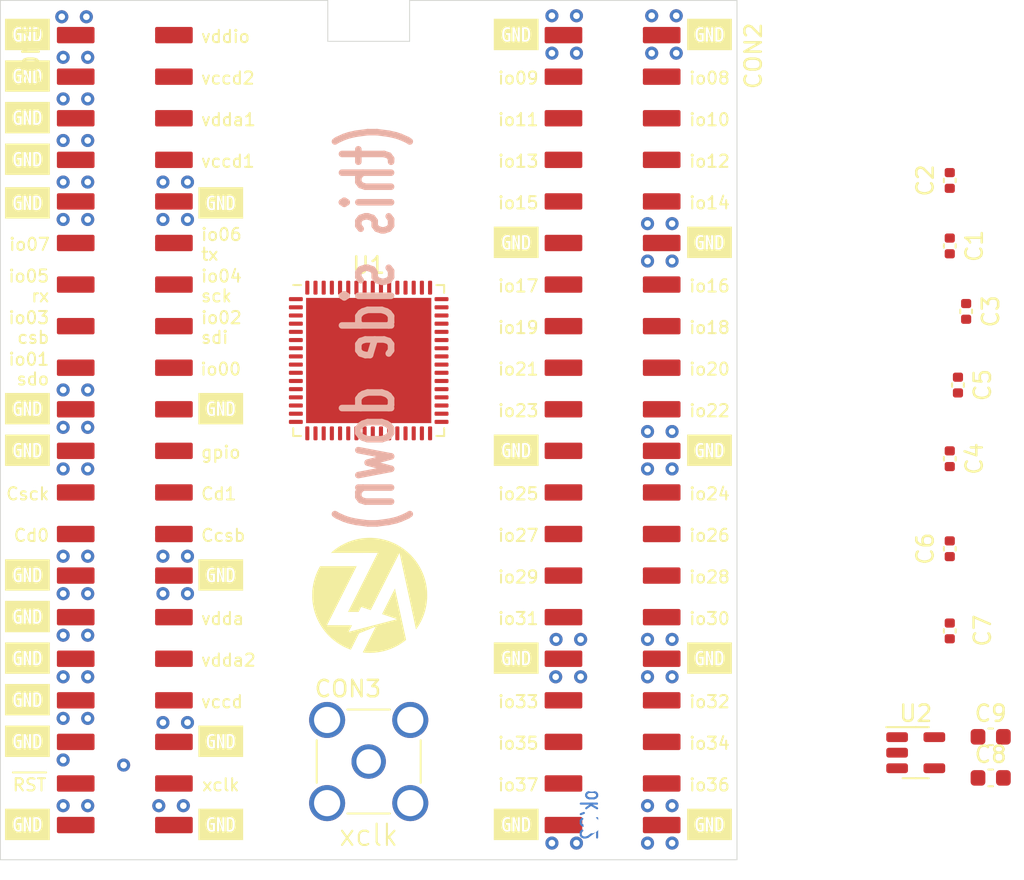
<source format=kicad_pcb>
(kicad_pcb (version 20211014) (generator pcbnew)
  (layers (0 "F.Cu" signal) (31 "B.Cu" signal) (34 "B.Paste" user) (35 "F.Paste" user) (36 "B.SilkS" user "B.Silkscreen") (37 "F.SilkS" user "F.Silkscreen") (38 "B.Mask" user) (39 "F.Mask" user) (44 "Edge.Cuts" user))
  (net 0 "")
  (net 1 "GND")
  (net 2 "vddio")
  (net 3 "vccd2")
  (net 4 "vccd1")
  (net 5 "vdda1")
  (net 6 "vdda2")
  (net 7 "mprj_io[18]")
  (net 8 "mprj_io[17]")
  (net 9 "mprj_io[16]")
  (net 10 "mprj_io[15]")
  (net 11 "mprj_io[14]")
  (net 12 "mprj_io[13]")
  (net 13 "mprj_io[12]")
  (net 14 "mprj_io[11]")
  (net 15 "mprj_io[10]")
  (net 16 "mprj_io[9]")
  (net 17 "mprj_io[8]")
  (net 18 "mprj_io[7]")
  (net 19 "mprj_io[6]_ser_tx")
  (net 20 "mprj_io[5]_ser_rx")
  (net 21 "mprj_io[0]")
  (net 22 "mprj_io[33]")
  (net 23 "mprj_io[32]")
  (net 24 "mprj_io[31]")
  (net 25 "mprj_io[30]")
  (net 26 "mprj_io[29]")
  (net 27 "mprj_io[28]")
  (net 28 "mprj_io[27]")
  (net 29 "mprj_io[26]")
  (net 30 "mprj_io[25]")
  (net 31 "mprj_io[24]")
  (net 32 "mprj_io[23]")
  (net 33 "mprj_io[22]")
  (net 34 "mprj_io[21]")
  (net 35 "mprj_io[20]")
  (net 36 "mprj_io[19]")
  (net 37 "mprj_io[4]_SCK")
  (net 38 "mprj_io[3]_CSB")
  (net 39 "mprj_io[2]_SDI")
  (net 40 "mprj_io[1]_SDO")
  (net 41 "gpio")
  (net 42 "Caravel_D0")
  (net 43 "Caravel_CSB")
  (net 44 "~{RST}")
  (net 45 "Caravel_D1")
  (net 46 "xclk")
  (net 47 "mprj_io[36]")
  (net 48 "mprj_io[37]")
  (net 49 "Caravel_SCK")
  (net 50 "mprj_io[34]")
  (net 51 "mprj_io[35]")
  (net 52 "vdda")
  (net 53 "vccd")
  (footprint "Package_DFN_QFN:QFN-64-1EP_9x9mm_P0.5mm_EP7.65x7.65mm" (layer "F.Cu") (at 22.5 -30.5)
    (fp_text reference "U1" (at 0 -5.82) (layer "F.SilkS"))
    (fp_text value "Caravel_QFN")
    (pad "1" smd roundrect (at -4.45 -3.75) (size 0.85 0.25) (layers "F.Cu" "F.Paste" "F.Mask"))
    (pad "2" smd roundrect (at -4.45 -3.25) (size 0.85 0.25) (layers "F.Cu" "F.Paste" "F.Mask"))
    (pad "3" smd roundrect (at -4.45 -2.75) (size 0.85 0.25) (layers "F.Cu" "F.Paste" "F.Mask"))
    (pad "4" smd roundrect (at -4.45 -2.25) (size 0.85 0.25) (layers "F.Cu" "F.Paste" "F.Mask"))
    (pad "5" smd roundrect (at -4.45 -1.75) (size 0.85 0.25) (layers "F.Cu" "F.Paste" "F.Mask"))
    (pad "6" smd roundrect (at -4.45 -1.25) (size 0.85 0.25) (layers "F.Cu" "F.Paste" "F.Mask"))
    (pad "7" smd roundrect (at -4.45 -0.75) (size 0.85 0.25) (layers "F.Cu" "F.Paste" "F.Mask"))
    (pad "8" smd roundrect (at -4.45 -0.25) (size 0.85 0.25) (layers "F.Cu" "F.Paste" "F.Mask"))
    (pad "9" smd roundrect (at -4.45 0.25) (size 0.85 0.25) (layers "F.Cu" "F.Paste" "F.Mask"))
    (pad "10" smd roundrect (at -4.45 0.75) (size 0.85 0.25) (layers "F.Cu" "F.Paste" "F.Mask"))
    (pad "11" smd roundrect (at -4.45 1.25) (size 0.85 0.25) (layers "F.Cu" "F.Paste" "F.Mask"))
    (pad "12" smd roundrect (at -4.45 1.75) (size 0.85 0.25) (layers "F.Cu" "F.Paste" "F.Mask"))
    (pad "13" smd roundrect (at -4.45 2.25) (size 0.85 0.25) (layers "F.Cu" "F.Paste" "F.Mask"))
    (pad "14" smd roundrect (at -4.45 2.75) (size 0.85 0.25) (layers "F.Cu" "F.Paste" "F.Mask"))
    (pad "15" smd roundrect (at -4.45 3.25) (size 0.85 0.25) (layers "F.Cu" "F.Paste" "F.Mask"))
    (pad "16" smd roundrect (at -4.45 3.75) (size 0.85 0.25) (layers "F.Cu" "F.Paste" "F.Mask"))
    (pad "17" smd roundrect (at -3.75 4.45) (size 0.25 0.85) (layers "F.Cu" "F.Paste" "F.Mask"))
    (pad "18" smd roundrect (at -3.25 4.45) (size 0.25 0.85) (layers "F.Cu" "F.Paste" "F.Mask"))
    (pad "19" smd roundrect (at -2.75 4.45) (size 0.25 0.85) (layers "F.Cu" "F.Paste" "F.Mask"))
    (pad "20" smd roundrect (at -2.25 4.45) (size 0.25 0.85) (layers "F.Cu" "F.Paste" "F.Mask"))
    (pad "21" smd roundrect (at -1.75 4.45) (size 0.25 0.85) (layers "F.Cu" "F.Paste" "F.Mask"))
    (pad "22" smd roundrect (at -1.25 4.45) (size 0.25 0.85) (layers "F.Cu" "F.Paste" "F.Mask"))
    (pad "23" smd roundrect (at -0.75 4.45) (size 0.25 0.85) (layers "F.Cu" "F.Paste" "F.Mask"))
    (pad "24" smd roundrect (at -0.25 4.45) (size 0.25 0.85) (layers "F.Cu" "F.Paste" "F.Mask"))
    (pad "25" smd roundrect (at 0.25 4.45) (size 0.25 0.85) (layers "F.Cu" "F.Paste" "F.Mask"))
    (pad "26" smd roundrect (at 0.75 4.45) (size 0.25 0.85) (layers "F.Cu" "F.Paste" "F.Mask"))
    (pad "27" smd roundrect (at 1.25 4.45) (size 0.25 0.85) (layers "F.Cu" "F.Paste" "F.Mask"))
    (pad "28" smd roundrect (at 1.75 4.45) (size 0.25 0.85) (layers "F.Cu" "F.Paste" "F.Mask"))
    (pad "29" smd roundrect (at 2.25 4.45) (size 0.25 0.85) (layers "F.Cu" "F.Paste" "F.Mask"))
    (pad "30" smd roundrect (at 2.75 4.45) (size 0.25 0.85) (layers "F.Cu" "F.Paste" "F.Mask"))
    (pad "31" smd roundrect (at 3.25 4.45) (size 0.25 0.85) (layers "F.Cu" "F.Paste" "F.Mask"))
    (pad "32" smd roundrect (at 3.75 4.45) (size 0.25 0.85) (layers "F.Cu" "F.Paste" "F.Mask"))
    (pad "33" smd roundrect (at 4.45 3.75) (size 0.85 0.25) (layers "F.Cu" "F.Paste" "F.Mask"))
    (pad "34" smd roundrect (at 4.45 3.25) (size 0.85 0.25) (layers "F.Cu" "F.Paste" "F.Mask"))
    (pad "35" smd roundrect (at 4.45 2.75) (size 0.85 0.25) (layers "F.Cu" "F.Paste" "F.Mask"))
    (pad "36" smd roundrect (at 4.45 2.25) (size 0.85 0.25) (layers "F.Cu" "F.Paste" "F.Mask"))
    (pad "37" smd roundrect (at 4.45 1.75) (size 0.85 0.25) (layers "F.Cu" "F.Paste" "F.Mask"))
    (pad "38" smd roundrect (at 4.45 1.25) (size 0.85 0.25) (layers "F.Cu" "F.Paste" "F.Mask"))
    (pad "39" smd roundrect (at 4.45 0.75) (size 0.85 0.25) (layers "F.Cu" "F.Paste" "F.Mask"))
    (pad "40" smd roundrect (at 4.45 0.25) (size 0.85 0.25) (layers "F.Cu" "F.Paste" "F.Mask"))
    (pad "41" smd roundrect (at 4.45 -0.25) (size 0.85 0.25) (layers "F.Cu" "F.Paste" "F.Mask"))
    (pad "42" smd roundrect (at 4.45 -0.75) (size 0.85 0.25) (layers "F.Cu" "F.Paste" "F.Mask"))
    (pad "43" smd roundrect (at 4.45 -1.25) (size 0.85 0.25) (layers "F.Cu" "F.Paste" "F.Mask"))
    (pad "44" smd roundrect (at 4.45 -1.75) (size 0.85 0.25) (layers "F.Cu" "F.Paste" "F.Mask"))
    (pad "45" smd roundrect (at 4.45 -2.25) (size 0.85 0.25) (layers "F.Cu" "F.Paste" "F.Mask"))
    (pad "46" smd roundrect (at 4.45 -2.75) (size 0.85 0.25) (layers "F.Cu" "F.Paste" "F.Mask"))
    (pad "47" smd roundrect (at 4.45 -3.25) (size 0.85 0.25) (layers "F.Cu" "F.Paste" "F.Mask"))
    (pad "48" smd roundrect (at 4.45 -3.75) (size 0.85 0.25) (layers "F.Cu" "F.Paste" "F.Mask"))
    (pad "49" smd roundrect (at 3.75 -4.45) (size 0.25 0.85) (layers "F.Cu" "F.Paste" "F.Mask"))
    (pad "50" smd roundrect (at 3.25 -4.45) (size 0.25 0.85) (layers "F.Cu" "F.Paste" "F.Mask"))
    (pad "51" smd roundrect (at 2.75 -4.45) (size 0.25 0.85) (layers "F.Cu" "F.Paste" "F.Mask"))
    (pad "52" smd roundrect (at 2.25 -4.45) (size 0.25 0.85) (layers "F.Cu" "F.Paste" "F.Mask"))
    (pad "53" smd roundrect (at 1.75 -4.45) (size 0.25 0.85) (layers "F.Cu" "F.Paste" "F.Mask"))
    (pad "54" smd roundrect (at 1.25 -4.45) (size 0.25 0.85) (layers "F.Cu" "F.Paste" "F.Mask"))
    (pad "55" smd roundrect (at 0.75 -4.45) (size 0.25 0.85) (layers "F.Cu" "F.Paste" "F.Mask"))
    (pad "56" smd roundrect (at 0.25 -4.45) (size 0.25 0.85) (layers "F.Cu" "F.Paste" "F.Mask"))
    (pad "57" smd roundrect (at -0.25 -4.45) (size 0.25 0.85) (layers "F.Cu" "F.Paste" "F.Mask"))
    (pad "58" smd roundrect (at -0.75 -4.45) (size 0.25 0.85) (layers "F.Cu" "F.Paste" "F.Mask"))
    (pad "59" smd roundrect (at -1.25 -4.45) (size 0.25 0.85) (layers "F.Cu" "F.Paste" "F.Mask"))
    (pad "60" smd roundrect (at -1.75 -4.45) (size 0.25 0.85) (layers "F.Cu" "F.Paste" "F.Mask"))
    (pad "61" smd roundrect (at -2.25 -4.45) (size 0.25 0.85) (layers "F.Cu" "F.Paste" "F.Mask"))
    (pad "62" smd roundrect (at -2.75 -4.45) (size 0.25 0.85) (layers "F.Cu" "F.Paste" "F.Mask"))
    (pad "63" smd roundrect (at -3.25 -4.45) (size 0.25 0.85) (layers "F.Cu" "F.Paste" "F.Mask"))
    (pad "64" smd roundrect (at -3.75 -4.45) (size 0.25 0.85) (layers "F.Cu" "F.Paste" "F.Mask"))
    (pad "65" smd rect (at 0 0) (size 7.65 7.65) (layers "F.Cu" "F.Mask"))
  )
  (footprint "Capacitor_SMD:C_0402_1005Metric" (layer "F.Cu") (at 58 -13.98 -90)
    (fp_text reference "C7" (at -0.02 -2 -270) (layer "F.SilkS"))
    (fp_text value "0.1uf")
    (pad "1" smd roundrect (at -0.48 0 270) (size 0.56 0.62) (layers "F.Cu" "F.Paste" "F.Mask") (net 1 "GND"))
    (pad "2" smd roundrect (at 0.48 0 270) (size 0.56 0.62) (layers "F.Cu" "F.Paste" "F.Mask") (net 3 "vccd2"))
  )
  (footprint "Capacitor_SMD:C_0402_1005Metric" (layer "F.Cu") (at 58 -37.5 -90)
    (fp_text reference "C1" (at 0 -1.5 90) (layer "F.SilkS"))
    (fp_text value "0.1uf")
    (pad "1" smd roundrect (at -0.48 0 270) (size 0.56 0.62) (layers "F.Cu" "F.Paste" "F.Mask") (net 1 "GND"))
    (pad "2" smd roundrect (at 0.48 0 270) (size 0.56 0.62) (layers "F.Cu" "F.Paste" "F.Mask") (net 4 "vccd1"))
  )
  (footprint "Capacitor_SMD:C_0402_1005Metric" (layer "F.Cu") (at 58 -41.5 90)
    (fp_text reference "C2" (at 0 -1.5 90) (layer "F.SilkS"))
    (fp_text value "0.1uf")
    (pad "1" smd roundrect (at -0.48 0 90) (size 0.56 0.62) (layers "F.Cu" "F.Paste" "F.Mask") (net 5 "vdda1"))
    (pad "2" smd roundrect (at 0.48 0 90) (size 0.56 0.62) (layers "F.Cu" "F.Paste" "F.Mask") (net 1 "GND"))
  )
  (footprint "Capacitor_SMD:C_0402_1005Metric" (layer "F.Cu") (at 58 -19 90)
    (fp_text reference "C6" (at 0 -1.5 90) (layer "F.SilkS"))
    (fp_text value "0.1uf")
    (pad "1" smd roundrect (at -0.48 0 90) (size 0.56 0.62) (layers "F.Cu" "F.Paste" "F.Mask") (net 1 "GND"))
    (pad "2" smd roundrect (at 0.48 0 90) (size 0.56 0.62) (layers "F.Cu" "F.Paste" "F.Mask") (net 2 "vddio"))
  )
  (footprint "Capacitor_SMD:C_0402_1005Metric" (layer "F.Cu") (at 58 -24.5 90)
    (fp_text reference "C4" (at 0 1.5 90) (layer "F.SilkS"))
    (fp_text value "0.1uf")
    (pad "1" smd roundrect (at -0.48 0 90) (size 0.56 0.62) (layers "F.Cu" "F.Paste" "F.Mask") (net 1 "GND"))
    (pad "2" smd roundrect (at 0.48 0 90) (size 0.56 0.62) (layers "F.Cu" "F.Paste" "F.Mask") (net 53 "vccd"))
  )
  (footprint "Capacitor_SMD:C_0402_1005Metric" (layer "F.Cu") (at 59 -33.5 -90)
    (fp_text reference "C3" (at 0 -1.5 90) (layer "F.SilkS"))
    (fp_text value "0.1uf")
    (pad "1" smd roundrect (at -0.48 0 270) (size 0.56 0.62) (layers "F.Cu" "F.Paste" "F.Mask") (net 52 "vdda"))
    (pad "2" smd roundrect (at 0.48 0 270) (size 0.56 0.62) (layers "F.Cu" "F.Paste" "F.Mask") (net 1 "GND"))
  )
  (footprint "Capacitor_SMD:C_0402_1005Metric" (layer "F.Cu") (at 58.5 -29 90)
    (fp_text reference "C5" (at 0 1.5 90) (layer "F.SilkS"))
    (fp_text value "0.1uf")
    (pad "1" smd roundrect (at -0.48 0 90) (size 0.56 0.62) (layers "F.Cu" "F.Paste" "F.Mask") (net 1 "GND"))
    (pad "2" smd roundrect (at 0.48 0 90) (size 0.56 0.62) (layers "F.Cu" "F.Paste" "F.Mask") (net 6 "vdda2"))
  )
  (footprint "kibuzzard-6288F08E" (layer "F.Cu") (at 43.322 -12.319)
    (fp_text reference "kibuzzard-6288F08E" hide)
    (fp_text value "G***" hide)
  )
  (footprint "ok-connectors:REF-182665-01" (layer "F.Cu") (at 37.4 -26.25 -90)
    (fp_text reference "CON2" (at -22.86 -8.6 -90) (layer "F.SilkS"))
    (fp_text value "REF-182665-01")
    (pad "" np_thru_hole circle locked (at -19.05 1.27 270) (size 1 1) (drill 1) (layers *.Cu *.Mask))
    (pad "" np_thru_hole circle locked (at 22.86 0 270) (size 1.78 1.78) (drill 1.78) (layers *.Cu *.Mask))
    (pad "" np_thru_hole circle locked (at -1.27 1.27 270) (size 1 1) (drill 1) (layers *.Cu *.Mask))
    (pad "" np_thru_hole circle locked (at 11.43 1.27 270) (size 1 1) (drill 1) (layers *.Cu *.Mask))
    (pad "" np_thru_hole circle locked (at 21.59 -1.27 270) (size 1 1) (drill 1) (layers *.Cu *.Mask))
    (pad "" np_thru_hole circle locked (at -1.27 -1.27 270) (size 1 1) (drill 1) (layers *.Cu *.Mask))
    (pad "" np_thru_hole circle locked (at 13.97 1.27 270) (size 1 1) (drill 1) (layers *.Cu *.Mask))
    (pad "" np_thru_hole circle locked (at -6.35 1.27 270) (size 1 1) (drill 1) (layers *.Cu *.Mask))
    (pad "" np_thru_hole circle locked (at -16.51 1.27 270) (size 1 1) (drill 1) (layers *.Cu *.Mask))
    (pad "" np_thru_hole circle locked (at 3.81 -1.27 270) (size 1 1) (drill 1) (layers *.Cu *.Mask))
    (pad "" np_thru_hole circle locked (at 6.35 -1.27 270) (size 1 1) (drill 1) (layers *.Cu *.Mask))
    (pad "" np_thru_hole circle locked (at -21.59 1.27 270) (size 1 1) (drill 1) (layers *.Cu *.Mask))
    (pad "" np_thru_hole circle locked (at 13.97 -1.27 270) (size 1 1) (drill 1) (layers *.Cu *.Mask))
    (pad "" np_thru_hole circle locked (at 8.89 1.27 270) (size 1 1) (drill 1) (layers *.Cu *.Mask))
    (pad "" np_thru_hole circle locked (at 21.59 1.27 270) (size 1 1) (drill 1) (layers *.Cu *.Mask))
    (pad "" np_thru_hole circle locked (at -21.59 -1.27 270) (size 1 1) (drill 1) (layers *.Cu *.Mask))
    (pad "" np_thru_hole circle locked (at 24.13 1.27 270) (size 1 1) (drill 1) (layers *.Cu *.Mask))
    (pad "" np_thru_hole circle locked (at -3.81 1.27 270) (size 1 1) (drill 1) (layers *.Cu *.Mask))
    (pad "" np_thru_hole circle locked (at -6.35 -1.27 270) (size 1 1) (drill 1) (layers *.Cu *.Mask))
    (pad "" np_thru_hole circle locked (at -13.97 -1.27 270) (size 1 1) (drill 1) (layers *.Cu *.Mask))
    (pad "" np_thru_hole circle locked (at -13.97 1.27 270) (size 1 1) (drill 1) (layers *.Cu *.Mask))
    (pad "" np_thru_hole circle locked (at 6.35 1.27 270) (size 1 1) (drill 1) (layers *.Cu *.Mask))
    (pad "" np_thru_hole circle locked (at -11.43 1.27 270) (size 1 1) (drill 1) (layers *.Cu *.Mask))
    (pad "" np_thru_hole circle locked (at 16.51 -1.27 270) (size 1 1) (drill 1) (layers *.Cu *.Mask))
    (pad "" np_thru_hole circle locked (at -24.13 -1.27 270) (size 1 1) (drill 1) (layers *.Cu *.Mask))
    (pad "" np_thru_hole circle locked (at -16.51 -1.27 270) (size 1 1) (drill 1) (layers *.Cu *.Mask))
    (pad "" np_thru_hole circle locked (at 1.27 1.27 270) (size 1 1) (drill 1) (layers *.Cu *.Mask))
    (pad "" np_thru_hole circle locked (at -8.89 1.27 270) (size 1 1) (drill 1) (layers *.Cu *.Mask))
    (pad "" np_thru_hole circle locked (at 16.51 1.27 270) (size 1 1) (drill 1) (layers *.Cu *.Mask))
    (pad "" np_thru_hole circle locked (at -11.43 -1.27 270) (size 1 1) (drill 1) (layers *.Cu *.Mask))
    (pad "" np_thru_hole circle locked (at 24.13 -1.27 270) (size 1 1) (drill 1) (layers *.Cu *.Mask))
    (pad "" np_thru_hole circle locked (at 11.43 -1.27 270) (size 1 1) (drill 1) (layers *.Cu *.Mask))
    (pad "" np_thru_hole circle locked (at -3.81 -1.27 270) (size 1 1) (drill 1) (layers *.Cu *.Mask))
    (pad "" np_thru_hole circle locked (at 19.05 -1.27 270) (size 1 1) (drill 1) (layers *.Cu *.Mask))
    (pad "" np_thru_hole circle locked (at 19.05 1.27 270) (size 1 1) (drill 1) (layers *.Cu *.Mask))
    (pad "" np_thru_hole circle locked (at -8.89 -1.27 270) (size 1 1) (drill 1) (layers *.Cu *.Mask))
    (pad "" np_thru_hole circle locked (at -22.86 0 270) (size 1.78 1.78) (drill 1.78) (layers *.Cu *.Mask))
    (pad "" np_thru_hole circle locked (at 1.27 -1.27 270) (size 1 1) (drill 1) (layers *.Cu *.Mask))
    (pad "" np_thru_hole circle locked (at -24.13 1.27 270) (size 1 1) (drill 1) (layers *.Cu *.Mask))
    (pad "" np_thru_hole circle locked (at 3.81 1.27 270) (size 1 1) (drill 1) (layers *.Cu *.Mask))
    (pad "" np_thru_hole circle locked (at 8.89 -1.27 270) (size 1 1) (drill 1) (layers *.Cu *.Mask))
    (pad "" np_thru_hole circle locked (at -19.05 -1.27 270) (size 1 1) (drill 1) (layers *.Cu *.Mask))
    (pad "1" smd roundrect locked (at -24.13 3) (size 2.3 1) (layers "F.Cu" "F.Paste" "F.Mask") (roundrect_rratio 0.1) (net 1 "GND"))
    (pad "2" smd roundrect locked (at -24.13 -3) (size 2.3 1) (layers "F.Cu" "F.Paste" "F.Mask") (roundrect_rratio 0.1) (net 1 "GND"))
    (pad "3" smd roundrect locked (at -21.59 3) (size 2.3 1) (layers "F.Cu" "F.Paste" "F.Mask") (roundrect_rratio 0.1) (net 16 "mprj_io[9]"))
    (pad "4" smd roundrect locked (at -21.59 -3) (size 2.3 1) (layers "F.Cu" "F.Paste" "F.Mask") (roundrect_rratio 0.1) (net 17 "mprj_io[8]"))
    (pad "5" smd roundrect locked (at -19.05 3) (size 2.3 1) (layers "F.Cu" "F.Paste" "F.Mask") (roundrect_rratio 0.1) (net 14 "mprj_io[11]"))
    (pad "6" smd roundrect locked (at -19.05 -3) (size 2.3 1) (layers "F.Cu" "F.Paste" "F.Mask") (roundrect_rratio 0.1) (net 15 "mprj_io[10]"))
    (pad "7" smd roundrect locked (at -16.51 3) (size 2.3 1) (layers "F.Cu" "F.Paste" "F.Mask") (roundrect_rratio 0.1) (net 12 "mprj_io[13]"))
    (pad "8" smd roundrect locked (at -16.51 -3) (size 2.3 1) (layers "F.Cu" "F.Paste" "F.Mask") (roundrect_rratio 0.1) (net 13 "mprj_io[12]"))
    (pad "9" smd roundrect locked (at -13.97 3) (size 2.3 1) (layers "F.Cu" "F.Paste" "F.Mask") (roundrect_rratio 0.1) (net 10 "mprj_io[15]"))
    (pad "10" smd roundrect locked (at -13.97 -3) (size 2.3 1) (layers "F.Cu" "F.Paste" "F.Mask") (roundrect_rratio 0.1) (net 11 "mprj_io[14]"))
    (pad "11" smd roundrect locked (at -11.43 3) (size 2.3 1) (layers "F.Cu" "F.Paste" "F.Mask") (roundrect_rratio 0.1) (net 1 "GND"))
    (pad "12" smd roundrect locked (at -11.43 -3) (size 2.3 1) (layers "F.Cu" "F.Paste" "F.Mask") (roundrect_rratio 0.1) (net 1 "GND"))
    (pad "13" smd roundrect locked (at -8.89 3) (size 2.3 1) (layers "F.Cu" "F.Paste" "F.Mask") (roundrect_rratio 0.1) (net 8 "mprj_io[17]"))
    (pad "14" smd roundrect locked (at -8.89 -3) (size 2.3 1) (layers "F.Cu" "F.Paste" "F.Mask") (roundrect_rratio 0.1) (net 9 "mprj_io[16]"))
    (pad "15" smd roundrect locked (at -6.35 3) (size 2.3 1) (layers "F.Cu" "F.Paste" "F.Mask") (roundrect_rratio 0.1) (net 36 "mprj_io[19]"))
    (pad "16" smd roundrect locked (at -6.35 -3) (size 2.3 1) (layers "F.Cu" "F.Paste" "F.Mask") (roundrect_rratio 0.1) (net 7 "mprj_io[18]"))
    (pad "17" smd roundrect locked (at -3.81 3) (size 2.3 1) (layers "F.Cu" "F.Paste" "F.Mask") (roundrect_rratio 0.1) (net 34 "mprj_io[21]"))
    (pad "18" smd roundrect locked (at -3.81 -3) (size 2.3 1) (layers "F.Cu" "F.Paste" "F.Mask") (roundrect_rratio 0.1) (net 35 "mprj_io[20]"))
    (pad "19" smd roundrect locked (at -1.27 3) (size 2.3 1) (layers "F.Cu" "F.Paste" "F.Mask") (roundrect_rratio 0.1) (net 32 "mprj_io[23]"))
    (pad "20" smd roundrect locked (at -1.27 -3) (size 2.3 1) (layers "F.Cu" "F.Paste" "F.Mask") (roundrect_rratio 0.1) (net 33 "mprj_io[22]"))
    (pad "21" smd roundrect locked (at 1.27 3) (size 2.3 1) (layers "F.Cu" "F.Paste" "F.Mask") (roundrect_rratio 0.1) (net 1 "GND"))
    (pad "22" smd roundrect locked (at 1.27 -3) (size 2.3 1) (layers "F.Cu" "F.Paste" "F.Mask") (roundrect_rratio 0.1) (net 1 "GND"))
    (pad "23" smd roundrect locked (at 3.81 3) (size 2.3 1) (layers "F.Cu" "F.Paste" "F.Mask") (roundrect_rratio 0.1) (net 30 "mprj_io[25]"))
    (pad "24" smd roundrect locked (at 3.81 -3) (size 2.3 1) (layers "F.Cu" "F.Paste" "F.Mask") (roundrect_rratio 0.1) (net 31 "mprj_io[24]"))
    (pad "25" smd roundrect locked (at 6.35 3) (size 2.3 1) (layers "F.Cu" "F.Paste" "F.Mask") (roundrect_rratio 0.1) (net 28 "mprj_io[27]"))
    (pad "26" smd roundrect locked (at 6.35 -3) (size 2.3 1) (layers "F.Cu" "F.Paste" "F.Mask") (roundrect_rratio 0.1) (net 29 "mprj_io[26]"))
    (pad "27" smd roundrect locked (at 8.89 3) (size 2.3 1) (layers "F.Cu" "F.Paste" "F.Mask") (roundrect_rratio 0.1) (net 26 "mprj_io[29]"))
    (pad "28" smd roundrect locked (at 8.89 -3) (size 2.3 1) (layers "F.Cu" "F.Paste" "F.Mask") (roundrect_rratio 0.1) (net 27 "mprj_io[28]"))
    (pad "29" smd roundrect locked (at 11.43 3) (size 2.3 1) (layers "F.Cu" "F.Paste" "F.Mask") (roundrect_rratio 0.1) (net 24 "mprj_io[31]"))
    (pad "30" smd roundrect locked (at 11.43 -3) (size 2.3 1) (layers "F.Cu" "F.Paste" "F.Mask") (roundrect_rratio 0.1) (net 25 "mprj_io[30]"))
    (pad "31" smd roundrect locked (at 13.97 3) (size 2.3 1) (layers "F.Cu" "F.Paste" "F.Mask") (roundrect_rratio 0.1) (net 1 "GND"))
    (pad "32" smd roundrect locked (at 13.97 -3) (size 2.3 1) (layers "F.Cu" "F.Paste" "F.Mask") (roundrect_rratio 0.1) (net 1 "GND"))
    (pad "33" smd roundrect locked (at 16.51 3) (size 2.3 1) (layers "F.Cu" "F.Paste" "F.Mask") (roundrect_rratio 0.1) (net 22 "mprj_io[33]"))
    (pad "34" smd roundrect locked (at 16.51 -3) (size 2.3 1) (layers "F.Cu" "F.Paste" "F.Mask") (roundrect_rratio 0.1) (net 23 "mprj_io[32]"))
    (pad "35" smd roundrect locked (at 19.05 3) (size 2.3 1) (layers "F.Cu" "F.Paste" "F.Mask") (roundrect_rratio 0.1) (net 51 "mprj_io[35]"))
    (pad "36" smd roundrect locked (at 19.05 -3) (size 2.3 1) (layers "F.Cu" "F.Paste" "F.Mask") (roundrect_rratio 0.1) (net 50 "mprj_io[34]"))
    (pad "37" smd roundrect locked (at 21.59 3) (size 2.3 1) (layers "F.Cu" "F.Paste" "F.Mask") (roundrect_rratio 0.1) (net 48 "mprj_io[37]"))
    (pad "38" smd roundrect locked (at 21.59 -3) (size 2.3 1) (layers "F.Cu" "F.Paste" "F.Mask") (roundrect_rratio 0.1) (net 47 "mprj_io[36]"))
    (pad "39" smd roundrect locked (at 24.13 3) (size 2.3 1) (layers "F.Cu" "F.Paste" "F.Mask") (roundrect_rratio 0.1) (net 1 "GND"))
    (pad "40" smd roundrect locked (at 24.13 -3) (size 2.3 1) (layers "F.Cu" "F.Paste" "F.Mask") (roundrect_rratio 0.1) (net 1 "GND"))
  )
  (footprint "kibuzzard-6288F08E" (layer "F.Cu") (at 13.462 -17.399)
    (fp_text reference "kibuzzard-6288F08E" hide)
    (fp_text value "G***" hide)
  )
  (footprint "kibuzzard-6288F08E" (layer "F.Cu") (at 43.322 -25.019)
    (fp_text reference "kibuzzard-6288F08E" hide)
    (fp_text value "G***" hide)
  )
  (footprint "kibuzzard-6288F08E" (layer "F.Cu") (at 31.511 -12.319)
    (fp_text reference "kibuzzard-6288F08E" hide)
    (fp_text value "G***" hide)
  )
  (footprint "kibuzzard-6288F08E" (layer "F.Cu") (at 31.511 -25.019)
    (fp_text reference "kibuzzard-6288F08E" hide)
    (fp_text value "G***" hide)
  )
  (footprint "kibuzzard-6288F08E" (layer "F.Cu") (at 1.651 -2.159)
    (fp_text reference "kibuzzard-6288F08E" hide)
    (fp_text value "G***" hide)
  )
  (footprint "kibuzzard-6288F08E" (layer "F.Cu") (at 13.462 -27.559)
    (fp_text reference "kibuzzard-6288F08E" hide)
    (fp_text value "G***" hide)
  )
  (footprint "kibuzzard-6288F08E" (layer "F.Cu") (at 1.651 -50.419)
    (fp_text reference "kibuzzard-6288F08E" hide)
    (fp_text value "G***" hide)
  )
  (footprint "kibuzzard-6288F08E" (layer "F.Cu") (at 1.651 -27.559)
    (fp_text reference "kibuzzard-6288F08E" hide)
    (fp_text value "G***" hide)
  )
  (footprint "kibuzzard-6288F08E" (layer "F.Cu") (at 13.462 -7.239)
    (fp_text reference "kibuzzard-6288F08E" hide)
    (fp_text value "G***" hide)
  )
  (footprint "kibuzzard-6288F08E" (layer "F.Cu") (at 1.651 -17.399)
    (fp_text reference "kibuzzard-6288F08E" hide)
    (fp_text value "G***" hide)
  )
  (footprint "kibuzzard-6288F08E" (layer "F.Cu") (at 1.651 -40.132)
    (fp_text reference "kibuzzard-6288F08E" hide)
    (fp_text value "G***" hide)
  )
  (footprint "kibuzzard-6288F08E" (layer "F.Cu") (at 1.651 -25.019)
    (fp_text reference "kibuzzard-6288F08E" hide)
    (fp_text value "G***" hide)
  )
  (footprint "kibuzzard-6288F08E" (layer "F.Cu") (at 43.322 -2.159)
    (fp_text reference "kibuzzard-6288F08E" hide)
    (fp_text value "G***" hide)
  )
  (footprint "kibuzzard-6288F08E" (layer "F.Cu") (at 31.511 -50.419)
    (fp_text reference "kibuzzard-6288F08E" hide)
    (fp_text value "G***" hide)
  )
  (footprint "kibuzzard-6288F08E" (layer "F.Cu") (at 13.462 -2.159)
    (fp_text reference "kibuzzard-6288F08E" hide)
    (fp_text value "G***" hide)
  )
  (footprint "kibuzzard-6288F08E" (layer "F.Cu") (at 1.651 -7.239)
    (fp_text reference "kibuzzard-6288F08E" hide)
    (fp_text value "G***" hide)
  )
  (footprint "Capacitor_SMD:C_0603_1608Metric" (layer "F.Cu") (at 60.5 -5)
    (fp_text reference "C8" (at 0 -1.43) (layer "F.SilkS"))
    (fp_text value "0.1uf")
    (pad "1" smd roundrect (at -0.775 0) (size 0.9 0.95) (layers "F.Cu" "F.Paste" "F.Mask"))
    (pad "2" smd roundrect (at 0.775 0) (size 0.9 0.95) (layers "F.Cu" "F.Paste" "F.Mask"))
  )
  (footprint "ok-connectors:TE_5-1814832-2" (layer "F.Cu") (at 22.5 -6)
    (fp_text reference "CON3" (at -1.27 -4.445 unlocked) (layer "F.SilkS"))
    (fp_text value "73251-1352")
    (pad "1" thru_hole circle (at -2.54 -2.54) (size 2.2 2.2) (drill 1.6) (layers *.Cu *.Mask) (net 1 "GND"))
    (pad "2" thru_hole circle (at 2.54 -2.54) (size 2.2 2.2) (drill 1.6) (layers *.Cu *.Mask) (net 1 "GND"))
    (pad "3" thru_hole circle (at 2.54 2.54) (size 2.2 2.2) (drill 1.6) (layers *.Cu *.Mask) (net 1 "GND"))
    (pad "4" thru_hole circle (at -2.54 2.54) (size 2.2 2.2) (drill 1.6) (layers *.Cu *.Mask) (net 1 "GND"))
    (pad "5" thru_hole circle (at 0 0) (size 2.1 2.1) (drill 1.5) (layers *.Cu *.Mask) (net 46 "xclk"))
  )
  (footprint "kibuzzard-6288F08E" (layer "F.Cu") (at 1.651 -12.319)
    (fp_text reference "kibuzzard-6288F08E" hide)
    (fp_text value "G***" hide)
  )
  (footprint "kibuzzard-6288F08E" (layer "F.Cu") (at 43.322 -37.719)
    (fp_text reference "kibuzzard-6288F08E" hide)
    (fp_text value "G***" hide)
  )
  (footprint "kibuzzard-6288F08E" (layer "F.Cu") (at 1.651 -45.339)
    (fp_text reference "kibuzzard-6288F08E" hide)
    (fp_text value "G***" hide)
  )
  (footprint "kibuzzard-6288F08E" (layer "F.Cu") (at 1.651 -42.799)
    (fp_text reference "kibuzzard-6288F08E" hide)
    (fp_text value "G***" hide)
  )
  (footprint "kibuzzard-6288F08E" (layer "F.Cu") (at 31.511 -37.719)
    (fp_text reference "kibuzzard-6288F08E" hide)
    (fp_text value "G***" hide)
  )
  (footprint "ok-connectors:REF-182665-01" (layer "F.Cu") (at 7.6 -26.25 -90)
    (fp_text reference "CON1" (at -22.86 5.715 -90) (layer "F.SilkS"))
    (fp_text value "REF-182665-01")
    (pad "" np_thru_hole circle locked (at 16.51 -1.27 270) (size 1 1) (drill 1) (layers *.Cu *.Mask))
    (pad "" np_thru_hole circle locked (at -24.13 -1.27 270) (size 1 1) (drill 1) (layers *.Cu *.Mask))
    (pad "" np_thru_hole circle locked (at 24.13 1.27 270) (size 1 1) (drill 1) (layers *.Cu *.Mask))
    (pad "" np_thru_hole circle locked (at 19.05 -1.27 270) (size 1 1) (drill 1) (layers *.Cu *.Mask))
    (pad "" np_thru_hole circle locked (at 8.89 1.27 270) (size 1 1) (drill 1) (layers *.Cu *.Mask))
    (pad "" np_thru_hole circle locked (at -19.05 -1.27 270) (size 1 1) (drill 1) (layers *.Cu *.Mask))
    (pad "" np_thru_hole circle locked (at 3.81 -1.27 270) (size 1 1) (drill 1) (layers *.Cu *.Mask))
    (pad "" np_thru_hole circle locked (at 24.13 -1.27 270) (size 1 1) (drill 1) (layers *.Cu *.Mask))
    (pad "" np_thru_hole circle locked (at -24.13 1.27 270) (size 1 1) (drill 1) (layers *.Cu *.Mask))
    (pad "" np_thru_hole circle locked (at 13.97 1.27 270) (size 1 1) (drill 1) (layers *.Cu *.Mask))
    (pad "" np_thru_hole circle locked (at 22.86 0 270) (size 1.78 1.78) (drill 1.78) (layers *.Cu *.Mask))
    (pad "" np_thru_hole circle locked (at -22.86 0 270) (size 1.78 1.78) (drill 1.78) (layers *.Cu *.Mask))
    (pad "" np_thru_hole circle locked (at 1.27 1.27 270) (size 1 1) (drill 1) (layers *.Cu *.Mask))
    (pad "" np_thru_hole circle locked (at -11.43 1.27 270) (size 1 1) (drill 1) (layers *.Cu *.Mask))
    (pad "" np_thru_hole circle locked (at -13.97 1.27 270) (size 1 1) (drill 1) (layers *.Cu *.Mask))
    (pad "" np_thru_hole circle locked (at 11.43 -1.27 270) (size 1 1) (drill 1) (layers *.Cu *.Mask))
    (pad "" np_thru_hole circle locked (at -6.35 -1.27 270) (size 1 1) (drill 1) (layers *.Cu *.Mask))
    (pad "" np_thru_hole circle locked (at -3.81 1.27 270) (size 1 1) (drill 1) (layers *.Cu *.Mask))
    (pad "" np_thru_hole circle locked (at -6.35 1.27 270) (size 1 1) (drill 1) (layers *.Cu *.Mask))
    (pad "" np_thru_hole circle locked (at 6.35 -1.27 270) (size 1 1) (drill 1) (layers *.Cu *.Mask))
    (pad "" np_thru_hole circle locked (at -21.59 1.27 270) (size 1 1) (drill 1) (layers *.Cu *.Mask))
    (pad "" np_thru_hole circle locked (at 1.27 -1.27 270) (size 1 1) (drill 1) (layers *.Cu *.Mask))
    (pad "" np_thru_hole circle locked (at -13.97 -1.27 270) (size 1 1) (drill 1) (layers *.Cu *.Mask))
    (pad "" np_thru_hole circle locked (at -8.89 -1.27 270) (size 1 1) (drill 1) (layers *.Cu *.Mask))
    (pad "" np_thru_hole circle locked (at -21.59 -1.27 270) (size 1 1) (drill 1) (layers *.Cu *.Mask))
    (pad "" np_thru_hole circle locked (at 3.81 1.27 270) (size 1 1) (drill 1) (layers *.Cu *.Mask))
    (pad "" np_thru_hole circle locked (at 16.51 1.27 270) (size 1 1) (drill 1) (layers *.Cu *.Mask))
    (pad "" np_thru_hole circle locked (at -3.81 -1.27 270) (size 1 1) (drill 1) (layers *.Cu *.Mask))
    (pad "" np_thru_hole circle locked (at 19.05 1.27 270) (size 1 1) (drill 1) (layers *.Cu *.Mask))
    (pad "" np_thru_hole circle locked (at -16.51 -1.27 270) (size 1 1) (drill 1) (layers *.Cu *.Mask))
    (pad "" np_thru_hole circle locked (at 11.43 1.27 270) (size 1 1) (drill 1) (layers *.Cu *.Mask))
    (pad "" np_thru_hole circle locked (at -1.27 1.27 270) (size 1 1) (drill 1) (layers *.Cu *.Mask))
    (pad "" np_thru_hole circle locked (at -16.51 1.27 270) (size 1 1) (drill 1) (layers *.Cu *.Mask))
    (pad "" np_thru_hole circle locked (at 8.89 -1.27 270) (size 1 1) (drill 1) (layers *.Cu *.Mask))
    (pad "" np_thru_hole circle locked (at -1.27 -1.27 270) (size 1 1) (drill 1) (layers *.Cu *.Mask))
    (pad "" np_thru_hole circle locked (at 6.35 1.27 270) (size 1 1) (drill 1) (layers *.Cu *.Mask))
    (pad "" np_thru_hole circle locked (at -11.43 -1.27 270) (size 1 1) (drill 1) (layers *.Cu *.Mask))
    (pad "" np_thru_hole circle locked (at -19.05 1.27 270) (size 1 1) (drill 1) (layers *.Cu *.Mask))
    (pad "" np_thru_hole circle locked (at 13.97 -1.27 270) (size 1 1) (drill 1) (layers *.Cu *.Mask))
    (pad "" np_thru_hole circle locked (at -8.89 1.27 270) (size 1 1) (drill 1) (layers *.Cu *.Mask))
    (pad "" np_thru_hole circle locked (at 21.59 -1.27 270) (size 1 1) (drill 1) (layers *.Cu *.Mask))
    (pad "" np_thru_hole circle locked (at 21.59 1.27 270) (size 1 1) (drill 1) (layers *.Cu *.Mask))
    (pad "1" smd roundrect locked (at -24.13 3) (size 2.3 1) (layers "F.Cu" "F.Paste" "F.Mask") (roundrect_rratio 0.1) (net 1 "GND"))
    (pad "2" smd roundrect locked (at -24.13 -3) (size 2.3 1) (layers "F.Cu" "F.Paste" "F.Mask") (roundrect_rratio 0.1) (net 2 "vddio"))
    (pad "3" smd roundrect locked (at -21.59 3) (size 2.3 1) (layers "F.Cu" "F.Paste" "F.Mask") (roundrect_rratio 0.1) (net 1 "GND"))
    (pad "4" smd roundrect locked (at -21.59 -3) (size 2.3 1) (layers "F.Cu" "F.Paste" "F.Mask") (roundrect_rratio 0.1) (net 3 "vccd2"))
    (pad "5" smd roundrect locked (at -19.05 3) (size 2.3 1) (layers "F.Cu" "F.Paste" "F.Mask") (roundrect_rratio 0.1) (net 1 "GND"))
    (pad "6" smd roundrect locked (at -19.05 -3) (size 2.3 1) (layers "F.Cu" "F.Paste" "F.Mask") (roundrect_rratio 0.1) (net 5 "vdda1"))
    (pad "7" smd roundrect locked (at -16.51 3) (size 2.3 1) (layers "F.Cu" "F.Paste" "F.Mask") (roundrect_rratio 0.1) (net 1 "GND"))
    (pad "8" smd roundrect locked (at -16.51 -3) (size 2.3 1) (layers "F.Cu" "F.Paste" "F.Mask") (roundrect_rratio 0.1) (net 4 "vccd1"))
    (pad "9" smd roundrect locked (at -13.97 3) (size 2.3 1) (layers "F.Cu" "F.Paste" "F.Mask") (roundrect_rratio 0.1) (net 1 "GND"))
    (pad "10" smd roundrect locked (at -13.97 -3) (size 2.3 1) (layers "F.Cu" "F.Paste" "F.Mask") (roundrect_rratio 0.1) (net 1 "GND"))
    (pad "11" smd roundrect locked (at -11.43 3) (size 2.3 1) (layers "F.Cu" "F.Paste" "F.Mask") (roundrect_rratio 0.1) (net 18 "mprj_io[7]"))
    (pad "12" smd roundrect locked (at -11.43 -3) (size 2.3 1) (layers "F.Cu" "F.Paste" "F.Mask") (roundrect_rratio 0.1) (net 19 "mprj_io[6]_ser_tx"))
    (pad "13" smd roundrect locked (at -8.89 3) (size 2.3 1) (layers "F.Cu" "F.Paste" "F.Mask") (roundrect_rratio 0.1) (net 20 "mprj_io[5]_ser_rx"))
    (pad "14" smd roundrect locked (at -8.89 -3) (size 2.3 1) (layers "F.Cu" "F.Paste" "F.Mask") (roundrect_rratio 0.1) (net 37 "mprj_io[4]_SCK"))
    (pad "15" smd roundrect locked (at -6.35 3) (size 2.3 1) (layers "F.Cu" "F.Paste" "F.Mask") (roundrect_rratio 0.1) (net 38 "mprj_io[3]_CSB"))
    (pad "16" smd roundrect locked (at -6.35 -3) (size 2.3 1) (layers "F.Cu" "F.Paste" "F.Mask") (roundrect_rratio 0.1) (net 39 "mprj_io[2]_SDI"))
    (pad "17" smd roundrect locked (at -3.81 3) (size 2.3 1) (layers "F.Cu" "F.Paste" "F.Mask") (roundrect_rratio 0.1) (net 40 "mprj_io[1]_SDO"))
    (pad "18" smd roundrect locked (at -3.81 -3) (size 2.3 1) (layers "F.Cu" "F.Paste" "F.Mask") (roundrect_rratio 0.1) (net 21 "mprj_io[0]"))
    (pad "19" smd roundrect locked (at -1.27 3) (size 2.3 1) (layers "F.Cu" "F.Paste" "F.Mask") (roundrect_rratio 0.1) (net 1 "GND"))
    (pad "20" smd roundrect locked (at -1.27 -3) (size 2.3 1) (layers "F.Cu" "F.Paste" "F.Mask") (roundrect_rratio 0.1) (net 1 "GND"))
    (pad "21" smd roundrect locked (at 1.27 3) (size 2.3 1) (layers "F.Cu" "F.Paste" "F.Mask") (roundrect_rratio 0.1) (net 1 "GND"))
    (pad "22" smd roundrect locked (at 1.27 -3) (size 2.3 1) (layers "F.Cu" "F.Paste" "F.Mask") (roundrect_rratio 0.1) (net 41 "gpio"))
    (pad "23" smd roundrect locked (at 3.81 3) (size 2.3 1) (layers "F.Cu" "F.Paste" "F.Mask") (roundrect_rratio 0.1) (net 49 "Caravel_SCK"))
    (pad "24" smd roundrect locked (at 3.81 -3) (size 2.3 1) (layers "F.Cu" "F.Paste" "F.Mask") (roundrect_rratio 0.1) (net 45 "Caravel_D1"))
    (pad "25" smd roundrect locked (at 6.35 3) (size 2.3 1) (layers "F.Cu" "F.Paste" "F.Mask") (roundrect_rratio 0.1) (net 42 "Caravel_D0"))
    (pad "26" smd roundrect locked (at 6.35 -3) (size 2.3 1) (layers "F.Cu" "F.Paste" "F.Mask") (roundrect_rratio 0.1) (net 43 "Caravel_CSB"))
    (pad "27" smd roundrect locked (at 8.89 3) (size 2.3 1) (layers "F.Cu" "F.Paste" "F.Mask") (roundrect_rratio 0.1) (net 1 "GND"))
    (pad "28" smd roundrect locked (at 8.89 -3) (size 2.3 1) (layers "F.Cu" "F.Paste" "F.Mask") (roundrect_rratio 0.1) (net 1 "GND"))
    (pad "29" smd roundrect locked (at 11.43 3) (size 2.3 1) (layers "F.Cu" "F.Paste" "F.Mask") (roundrect_rratio 0.1) (net 1 "GND"))
    (pad "30" smd roundrect locked (at 11.43 -3) (size 2.3 1) (layers "F.Cu" "F.Paste" "F.Mask") (roundrect_rratio 0.1) (net 52 "vdda"))
    (pad "31" smd roundrect locked (at 13.97 3) (size 2.3 1) (layers "F.Cu" "F.Paste" "F.Mask") (roundrect_rratio 0.1) (net 1 "GND"))
    (pad "32" smd roundrect locked (at 13.97 -3) (size 2.3 1) (layers "F.Cu" "F.Paste" "F.Mask") (roundrect_rratio 0.1) (net 6 "vdda2"))
    (pad "33" smd roundrect locked (at 16.51 3) (size 2.3 1) (layers "F.Cu" "F.Paste" "F.Mask") (roundrect_rratio 0.1) (net 1 "GND"))
    (pad "34" smd roundrect locked (at 16.51 -3) (size 2.3 1) (layers "F.Cu" "F.Paste" "F.Mask") (roundrect_rratio 0.1) (net 53 "vccd"))
    (pad "35" smd roundrect locked (at 19.05 3) (size 2.3 1) (layers "F.Cu" "F.Paste" "F.Mask") (roundrect_rratio 0.1) (net 1 "GND"))
    (pad "36" smd roundrect locked (at 19.05 -3) (size 2.3 1) (layers "F.Cu" "F.Paste" "F.Mask") (roundrect_rratio 0.1) (net 1 "GND"))
    (pad "37" smd roundrect locked (at 21.59 3) (size 2.3 1) (layers "F.Cu" "F.Paste" "F.Mask") (roundrect_rratio 0.1) (net 44 "~{RST}"))
    (pad "38" smd roundrect locked (at 21.59 -3) (size 2.3 1) (layers "F.Cu" "F.Paste" "F.Mask") (roundrect_rratio 0.1) (net 46 "xclk"))
    (pad "39" smd roundrect locked (at 24.13 3) (size 2.3 1) (layers "F.Cu" "F.Paste" "F.Mask") (roundrect_rratio 0.1) (net 1 "GND"))
    (pad "40" smd roundrect locked (at 24.13 -3) (size 2.3 1) (layers "F.Cu" "F.Paste" "F.Mask") (roundrect_rratio 0.1) (net 1 "GND"))
  )
  (footprint "kibuzzard-6288F08E" (layer "F.Cu") (at 1.651 -14.859)
    (fp_text reference "kibuzzard-6288F08E" hide)
    (fp_text value "G***" hide)
  )
  (footprint "kibuzzard-6288F08E" (layer "F.Cu") (at 13.462 -40.132)
    (fp_text reference "kibuzzard-6288F08E" hide)
    (fp_text value "G***" hide)
  )
  (footprint "kibuzzard-6288F08E" (layer "F.Cu") (at 31.511 -2.159)
    (fp_text reference "kibuzzard-6288F08E" hide)
    (fp_text value "G***" hide)
  )
  (footprint "kibuzzard-6288F08E" (layer "F.Cu") (at 1.651 -47.879)
    (fp_text reference "kibuzzard-6288F08E" hide)
    (fp_text value "G***" hide)
  )
  (footprint "kibuzzard-6288F08E" (layer "F.Cu") (at 1.651 -9.779)
    (fp_text reference "kibuzzard-6288F08E" hide)
    (fp_text value "G***" hide)
  )
  (footprint "Capacitor_SMD:C_0603_1608Metric" (layer "F.Cu") (at 60.5 -7.51)
    (fp_text reference "C9" (at 0 -1.43) (layer "F.SilkS"))
    (fp_text value "0.1uf")
    (pad "1" smd roundrect (at -0.775 0) (size 0.9 0.95) (layers "F.Cu" "F.Paste" "F.Mask"))
    (pad "2" smd roundrect (at 0.775 0) (size 0.9 0.95) (layers "F.Cu" "F.Paste" "F.Mask"))
  )
  (footprint "Package_TO_SOT_SMD:SOT-23-5" (layer "F.Cu") (at 55.92 -6.54)
    (fp_text reference "U2" (at 0 -2.4) (layer "F.SilkS"))
    (fp_text value "TLV73318PDBV")
    (pad "1" smd roundrect (at -1.1375 -0.95) (size 1.325 0.6) (layers "F.Cu" "F.Paste" "F.Mask"))
    (pad "2" smd roundrect (at -1.1375 0) (size 1.325 0.6) (layers "F.Cu" "F.Paste" "F.Mask"))
    (pad "3" smd roundrect (at -1.1375 0.95) (size 1.325 0.6) (layers "F.Cu" "F.Paste" "F.Mask"))
    (pad "4" smd roundrect (at 1.1375 0.95) (size 1.325 0.6) (layers "F.Cu" "F.Paste" "F.Mask"))
    (pad "5" smd roundrect (at 1.1375 -0.95) (size 1.325 0.6) (layers "F.Cu" "F.Paste" "F.Mask"))
  )
  (footprint "kibuzzard-6288F08E" (layer "F.Cu") (at 43.322 -50.419)
    (fp_text reference "kibuzzard-6288F08E" hide)
    (fp_text value "G***" hide)
  )
  (gr_poly (pts (xy 22.41773 -12.646179) (xy 22.284183 -12.651027) (xy 22.21767 -12.659219) (xy 22.151157 -12.667411) (xy 22.148363 -12.670205) (xy 22.14557 -12.672999) (xy 22.537977 -13.453225) (xy 22.930384 -14.233452) (xy 22.926356 -14.23748) (xy 22.922328 -14.241509) (xy 22.415468 -14.036078) (xy 21.908609 -13.830648) (xy 21.658639 -13.333446) (xy 21.408669 -12.836244) (xy 21.361441 -12.853895) (xy 21.314212 -12.871546) (xy 21.250954 -12.896683) (xy 21.187695 -12.921819) (xy 21.096321 -12.963505) (xy 21.004947 -13.005191) (xy 20.931144 -13.044537) (xy 20.857342 -13.083883) (xy 20.780026 -13.129532) (xy 20.702709 -13.175181) (xy 20.618364 -13.23143) (xy 20.534019 -13.287679) (xy 20.456702 -13.345711) (xy 20.379386 -13.403743) (xy 20.323156 -13.450465) (xy 20.266925 -13.497187) (xy 20.172037 -13.584179) (xy 20.077148 -13.671172) (xy 19.991574 -13.764654) (xy 19.906 -13.858137) (xy 19.859109 -13.914366) (xy 19.812219 -13.970597) (xy 19.754135 -14.047913) (xy 19.696051 -14.12523) (xy 19.639932 -14.209575) (xy 19.583814 -14.29392) (xy 19.535846 -14.374751) (xy 19.487879 -14.455582) (xy 19.430557 -14.568042) (xy 19.373236 -14.680502) (xy 19.329659 -14.783547) (xy 19.286082 -14.886591) (xy 19.250854 -14.986738) (xy 19.215625 -15.086884) (xy 19.187969 -15.182416) (xy 19.160313 -15.277948) (xy 19.139757 -15.369322) (xy 19.119202 -15.460696) (xy 19.104434 -15.545041) (xy 19.089666 -15.629386) (xy 19.079618 -15.706703) (xy 19.06957 -15.784019) (xy 19.061144 -15.893677) (xy 19.052717 -16.003333) (xy 19.056416 -16.220515) (xy 19.060115 -16.437696) (xy 19.071342 -16.532584) (xy 19.08257 -16.627472) (xy 19.100757 -16.736419) (xy 19.118944 -16.845365) (xy 19.135672 -16.919167) (xy 19.1524 -16.992969) (xy 19.180949 -17.09683) (xy 19.209498 -17.200691) (xy 19.24689 -17.307693) (xy 19.284281 -17.414696) (xy 19.319789 -17.499041) (xy 19.355297 -17.583386) (xy 19.391269 -17.660196) (xy 19.42724 -17.737005) (xy 19.480889 -17.834158) (xy 19.534537 -17.931311) (xy 20.647586 -17.931311) (xy 21.760634 -17.931311) (xy 21.710602 -17.831151) (xy 21.66057 -17.730991) (xy 20.807358 -16.032789) (xy 19.954145 -14.334587) (xy 19.954145 -14.3301) (xy 19.954145 -14.325612) (xy 20.715511 -14.323823) (xy 21.476876 -14.322035) (xy 21.376602 -14.128744) (xy 21.276327 -13.935452) (xy 21.275941 -13.927579) (xy 21.275554 -13.919706) (xy 21.361657 -13.942355) (xy 21.447759 -13.965003) (xy 22.841338 -14.329306) (xy 24.234917 -14.693608) (xy 24.229521 -14.698403) (xy 24.224125 -14.703198) (xy 23.774283 -14.856359) (xy 23.324442 -15.00952) (xy 23.322776 -15.010683) (xy 23.32111 -15.011845) (xy 23.708209 -15.781001) (xy 24.095308 -16.550157) (xy 24.099999 -16.555104) (xy 24.10469 -16.560052) (xy 24.441497 -15.00526) (xy 24.778303 -13.450468) (xy 24.780907 -13.442862) (xy 24.78351 -13.435255) (xy 24.711167 -13.379037) (xy 24.638823 -13.322818) (xy 24.579078 -13.280762) (xy 24.519334 -13.238705) (xy 24.441233 -13.188937) (xy 24.363131 -13.139169) (xy 24.259649 -13.081431) (xy 24.156166 -13.023693) (xy 24.075795 -12.985784) (xy 23.995425 -12.947874) (xy 23.902426 -12.908583) (xy 23.809427 -12.869292) (xy 23.675881 -12.824668) (xy 23.542334 -12.780045) (xy 23.447445 -12.755703) (xy 23.352557 -12.731361) (xy 23.282269 -12.716978) (xy 23.211981 -12.702596) (xy 23.127636 -12.688403) (xy 23.043291 -12.674211) (xy 22.948403 -12.663368) (xy 22.853514 -12.652527) (xy 22.744568 -12.648936) (xy 22.635622 -12.645346) (xy 22.593449 -12.643339) (xy 22.551276 -12.641332) (xy 22.41773 -12.646179)) (layer "F.SilkS") (width 0.007028) (fill solid))
  (gr_poly (pts (xy 24.888962 -16.414854) (xy 24.387647 -18.743135) (xy 24.38496 -18.746064) (xy 24.382272 -18.748993) (xy 24.379657 -18.746064) (xy 24.377041 -18.743135) (xy 23.5 -17) (xy 22.622959 -15.256864) (xy 22.620748 -15.254178) (xy 22.618538 -15.251494) (xy 22.327888 -15.350139) (xy 22.037237 -15.448784) (xy 21.960518 -15.294836) (xy 21.883798 -15.140888) (xy 21.562751 -15.140888) (xy 21.241704 -15.140888) (xy 21.394955 -15.444883) (xy 21.548207 -15.748878) (xy 22.30102 -17.244632) (xy 23.053834 -18.740385) (xy 23.053834 -18.743501) (xy 23.053834 -18.746616) (xy 21.627053 -18.74839) (xy 20.200272 -18.750164) (xy 20.261205 -18.80288) (xy 20.322139 -18.855596) (xy 20.394829 -18.913311) (xy 20.46752 -18.971026) (xy 20.546456 -19.02589) (xy 20.625392 -19.080755) (xy 20.692884 -19.123865) (xy 20.760376 -19.166974) (xy 20.870451 -19.228152) (xy 20.980527 -19.289329) (xy 21.087625 -19.338675) (xy 21.194723 -19.388022) (xy 21.275554 -19.419586) (xy 21.356385 -19.45115) (xy 21.426673 -19.475179) (xy 21.49696 -19.499208) (xy 21.593814 -19.527302) (xy 21.690668 -19.555396) (xy 21.783591 -19.576521) (xy 21.876514 -19.597647) (xy 21.978431 -19.614683) (xy 22.080348 -19.631719) (xy 22.178751 -19.643031) (xy 22.277154 -19.654343) (xy 22.419887 -19.659185) (xy 22.56262 -19.664028) (xy 22.701112 -19.659251) (xy 22.839605 -19.654474) (xy 22.942849 -19.64316) (xy 23.046093 -19.631846) (xy 23.146609 -19.614352) (xy 23.247125 -19.596857) (xy 23.313899 -19.582653) (xy 23.380672 -19.56845) (xy 23.460323 -19.547176) (xy 23.539973 -19.525902) (xy 23.629013 -19.49762) (xy 23.718052 -19.469337) (xy 23.81997 -19.430323) (xy 23.921887 -19.391309) (xy 24.039564 -19.336852) (xy 24.157241 -19.282394) (xy 24.26097 -19.224136) (xy 24.3647 -19.165877) (xy 24.442016 -19.116637) (xy 24.519333 -19.067396) (xy 24.600164 -19.009885) (xy 24.680995 -18.952374) (xy 24.765339 -18.884232) (xy 24.849685 -18.81609) (xy 24.945774 -18.727931) (xy 25.041863 -18.639772) (xy 25.104572 -18.571965) (xy 25.16728 -18.504157) (xy 25.219346 -18.444262) (xy 25.271412 -18.384366) (xy 25.321435 -18.321258) (xy 25.371459 -18.25815) (xy 25.423556 -18.184348) (xy 25.475655 -18.110546) (xy 25.525325 -18.033229) (xy 25.574996 -17.955913) (xy 25.636556 -17.845119) (xy 25.698117 -17.734326) (xy 25.747046 -17.627974) (xy 25.795974 -17.521622) (xy 25.824223 -17.450717) (xy 25.852471 -17.379812) (xy 25.882795 -17.291282) (xy 25.913118 -17.202753) (xy 25.938017 -17.115434) (xy 25.962916 -17.028115) (xy 25.98385 -16.936741) (xy 26.004782 -16.845367) (xy 26.022926 -16.73642) (xy 26.041071 -16.627474) (xy 26.052299 -16.532586) (xy 26.063525 -16.437697) (xy 26.067224 -16.220516) (xy 26.070923 -16.003335) (xy 26.062498 -15.893678) (xy 26.05407 -15.784021) (xy 26.044088 -15.707419) (xy 26.034105 -15.630816) (xy 26.023115 -15.566844) (xy 26.012124 -15.502871) (xy 26.001554 -15.450155) (xy 25.990982 -15.397439) (xy 25.962915 -15.284979) (xy 25.934847 -15.172519) (xy 25.890203 -15.038972) (xy 25.84556 -14.905425) (xy 25.806269 -14.812426) (xy 25.766978 -14.719427) (xy 25.729068 -14.639056) (xy 25.691159 -14.558686) (xy 25.633299 -14.454419) (xy 25.57544 -14.350151) (xy 25.488339 -14.218362) (xy 25.401239 -14.086572) (xy 25.395758 -14.086572) (xy 25.390277 -14.086572) (xy 24.888962 -16.414854)) (layer "F.SilkS") (width 0.007028) (fill solid))
  (gr_line (start 0.762 -5.334) (end 2.794 -5.334) (layer "F.SilkS") (width 0.12))
  (gr_line (start 20 -52.5) (end 20 -50) (layer "Edge.Cuts") (width 0.05))
  (gr_line locked (start 0 0) (end 45 0) (layer "Edge.Cuts") (width 0.05))
  (gr_line (start 25 -50) (end 25 -52.5) (layer "Edge.Cuts") (width 0.05))
  (gr_line (start 20 -50) (end 25 -50) (layer "Edge.Cuts") (width 0.05))
  (gr_line locked (start 0 -52.5) (end 0 0) (layer "Edge.Cuts") (width 0.05))
  (gr_line (start 45 -52.5) (end 25 -52.5) (layer "Edge.Cuts") (width 0.05))
  (gr_line locked (start 45 -52.5) (end 45 0) (layer "Edge.Cuts") (width 0.05))
  (gr_line (start 0 -52.5) (end 20 -52.5) (layer "Edge.Cuts") (width 0.05))
  (gr_text "ok'22" (at 36 -2.75 90) (layer "B.Cu") (effects (font (size 1 0.75) (thickness 0.127)) (justify mirror)))
  (gr_text "(this side down)" (at 22.5 -32.5 90) (layer "B.SilkS") (effects (font (size 3 2) (thickness 0.4)) (justify mirror)))
  (gr_text "vddio" (at 12.192 -50.292) (layer "F.SilkS") (effects (font (size 0.75 0.75) (thickness 0.12)) (justify left)))
  (gr_text "io36" (at 43.322 -4.572) (layer "F.SilkS") (effects (font (size 0.75 0.75) (thickness 0.12))))
  (gr_text "io18" (at 43.322 -32.512) (layer "F.SilkS") (effects (font (size 0.75 0.75) (thickness 0.12))))
  (gr_text "io23" (at 31.638 -27.432) (layer "F.SilkS") (effects (font (size 0.75 0.75) (thickness 0.12))))
  (gr_text "io34" (at 43.322 -7.112) (layer "F.SilkS") (effects (font (size 0.75 0.75) (thickness 0.12))))
  (gr_text "xclk" (at 13.462 -4.572) (layer "F.SilkS") (effects (font (size 0.75 0.75) (thickness 0.12))))
  (gr_text "io04\nsck" (at 12.192 -35.052) (layer "F.SilkS") (effects (font (size 0.75 0.75) (thickness 0.12)) (justify left)))
  (gr_text "io29" (at 31.638 -17.272) (layer "F.SilkS") (effects (font (size 0.75 0.75) (thickness 0.12))))
  (gr_text "gpio" (at 12.192 -24.892) (layer "F.SilkS") (effects (font (size 0.75 0.75) (thickness 0.12)) (justify left)))
  (gr_text "vdda2" (at 12.192 -12.192) (layer "F.SilkS") (effects (font (size 0.75 0.75) (thickness 0.12)) (justify left)))
  (gr_text "io01\nsdo" (at 3.048 -29.972) (layer "F.SilkS") (effects (font (size 0.75 0.75) (thickness 0.12)) (justify right)))
  (gr_text "io37" (at 31.638 -4.572) (layer "F.SilkS") (effects (font (size 0.75 0.75) (thickness 0.12))))
  (gr_text "io25" (at 31.638 -22.352) (layer "F.SilkS") (effects (font (size 0.75 0.75) (thickness 0.12))))
  (gr_text "io21" (at 31.638 -29.972) (layer "F.SilkS") (effects (font (size 0.75 0.75) (thickness 0.12))))
  (gr_text "vdda1" (at 12.192 -45.212) (layer "F.SilkS") (effects (font (size 0.75 0.75) (thickness 0.12)) (justify left)))
  (gr_text "vccd1" (at 12.192 -42.672) (layer "F.SilkS") (effects (font (size 0.75 0.75) (thickness 0.12)) (justify left)))
  (gr_text "vccd2" (at 12.192 -47.752) (layer "F.SilkS") (effects (font (size 0.75 0.75) (thickness 0.12)) (justify left)))
  (gr_text "Cd1" (at 12.192 -22.352) (layer "F.SilkS") (effects (font (size 0.75 0.75) (thickness 0.12)) (justify left)))
  (gr_text "RST" (at 1.778 -4.572) (layer "F.SilkS") (effects (font (size 0.75 0.75) (thickness 0.12))))
  (gr_text "io08" (at 43.322 -47.752) (layer "F.SilkS") (effects (font (size 0.75 0.75) (thickness 0.12))))
  (gr_text "io35" (at 31.638 -7.112) (layer "F.SilkS") (effects (font (size 0.75 0.75) (thickness 0.12))))
  (gr_text "io14" (at 43.322 -40.132) (layer "F.SilkS") (effects (font (size 0.75 0.75) (thickness 0.12))))
  (gr_text "xclk" (at 22.5 -1.5) (layer "F.SilkS") (effects (font (size 1.3 1.2) (thickness 0.127))))
  (gr_text "io27" (at 31.638 -19.812) (layer "F.SilkS") (effects (font (size 0.75 0.75) (thickness 0.12))))
  (gr_text "io10" (at 43.322 -45.212) (layer "F.SilkS") (effects (font (size 0.75 0.75) (thickness 0.12))))
  (gr_text "io31" (at 31.638 -14.732) (layer "F.SilkS") (effects (font (size 0.75 0.75) (thickness 0.12))))
  (gr_text "io26" (at 43.322 -19.812) (layer "F.SilkS") (effects (font (size 0.75 0.75) (thickness 0.12))))
  (gr_text "io22" (at 43.322 -27.432) (layer "F.SilkS") (effects (font (size 0.75 0.75) (thickness 0.12))))
  (gr_text "vdda" (at 12.192 -14.732) (layer "F.SilkS") (effects (font (size 0.75 0.75) (thickness 0.12)) (justify left)))
  (gr_text "io24" (at 43.322 -22.352) (layer "F.SilkS") (effects (font (size 0.75 0.75) (thickness 0.12))))
  (gr_text "io12" (at 43.322 -42.672) (layer "F.SilkS") (effects (font (size 0.75 0.75) (thickness 0.12))))
  (gr_text "io02\nsdi" (at 12.192 -32.512) (layer "F.SilkS") (effects (font (size 0.75 0.75) (thickness 0.12)) (justify left)))
  (gr_text "Cd0" (at 3.048 -19.812) (layer "F.SilkS") (effects (font (size 0.75 0.75) (thickness 0.12)) (justify right)))
  (gr_text "io17" (at 31.638 -35.052) (layer "F.SilkS") (effects (font (size 0.75 0.75) (thickness 0.12))))
  (gr_text "io15" (at 31.638 -40.132) (layer "F.SilkS") (effects (font (size 0.75 0.75) (thickness 0.12))))
  (gr_text "Csck" (at 3.048 -22.352) (layer "F.SilkS") (effects (font (size 0.75 0.75) (thickness 0.12)) (justify right)))
  (gr_text "io32" (at 43.322 -9.652) (layer "F.SilkS") (effects (font (size 0.75 0.75) (thickness 0.12))))
  (gr_text "io06\ntx" (at 12.192 -37.592) (layer "F.SilkS") (effects (font (size 0.75 0.75) (thickness 0.12)) (justify left)))
  (gr_text "io30" (at 43.322 -14.732) (layer "F.SilkS") (effects (font (size 0.75 0.75) (thickness 0.12))))
  (gr_text "Ccsb" (at 12.192 -19.812) (layer "F.SilkS") (effects (font (size 0.75 0.75) (thickness 0.12)) (justify left)))
  (gr_text "vccd" (at 12.192 -9.652) (layer "F.SilkS") (effects (font (size 0.75 0.75) (thickness 0.12)) (justify left)))
  (gr_text "io07" (at 1.778 -37.592) (layer "F.SilkS") (effects (font (size 0.75 0.75) (thickness 0.12))))
  (gr_text "io13" (at 31.638 -42.672) (layer "F.SilkS") (effects (font (size 0.75 0.75) (thickness 0.12))))
  (gr_text "io19" (at 31.638 -32.512) (layer "F.SilkS") (effects (font (size 0.75 0.75) (thickness 0.12))))
  (gr_text "io09" (at 31.638 -47.752) (layer "F.SilkS") (effects (font (size 0.75 0.75) (thickness 0.12))))
  (gr_text "io28" (at 43.322 -17.272) (layer "F.SilkS") (effects (font (size 0.75 0.75) (thickness 0.12))))
  (gr_text "io16" (at 43.322 -35.052) (layer "F.SilkS") (effects (font (size 0.75 0.75) (thickness 0.12))))
  (gr_text "io00" (at 13.462 -29.972) (layer "F.SilkS") (effects (font (size 0.75 0.75) (thickness 0.12))))
  (gr_text "io03\ncsb" (at 3.048 -32.512) (layer "F.SilkS") (effects (font (size 0.75 0.75) (thickness 0.12)) (justify right)))
  (gr_text "io20" (at 43.322 -29.972) (layer "F.SilkS") (effects (font (size 0.75 0.75) (thickness 0.12))))
  (gr_text "io05\nrx" (at 3.048 -35.052) (layer "F.SilkS") (effects (font (size 0.75 0.75) (thickness 0.12)) (justify right)))
  (gr_text "io11" (at 31.638 -45.212) (layer "F.SilkS") (effects (font (size 0.75 0.75) (thickness 0.12))))
  (gr_text "io33" (at 31.638 -9.652) (layer "F.SilkS") (effects (font (size 0.75 0.75) (thickness 0.12))))
  (via (at 3.834 -26.416) (size 0.8) (drill 0.4) (layers "F.Cu" "B.Cu") (net 1))
  (via (at 41.036 -11.176) (size 0.8) (drill 0.4) (layers "F.Cu" "B.Cu") (net 1))
  (via (at 39.536 -13.462) (size 0.8) (drill 0.4) (layers "F.Cu" "B.Cu") (net 1))
  (via (at 3.834 -16.256) (size 0.8) (drill 0.4) (layers "F.Cu" "B.Cu") (net 1))
  (via (at 5.334 -49.022) (size 0.8) (drill 0.4) (layers "F.Cu" "B.Cu") (net 1))
  (via (at 35.448 -11.176) (size 0.8) (drill 0.4) (layers "F.Cu" "B.Cu") (net 1))
  (via (at 5.334 -16.256) (size 0.8) (drill 0.4) (layers "F.Cu" "B.Cu") (net 1))
  (via (at 5.334 -18.542) (size 0.8) (drill 0.4) (layers "F.Cu" "B.Cu") (net 1))
  (via (at 5.334 -23.876) (size 0.8) (drill 0.4) (layers "F.Cu" "B.Cu") (net 1))
  (via (at 9.676 -3.302) (size 0.8) (drill 0.4) (layers "F.Cu" "B.Cu") (net 1))
  (via (at 39.79 -51.562) (size 0.8) (drill 0.4) (layers "F.Cu" "B.Cu") (net 1))
  (via (at 41.036 -13.462) (size 0.8) (drill 0.4) (layers "F.Cu" "B.Cu") (net 1))
  (via (at 33.924 -11.176) (size 0.8) (drill 0.4) (layers "F.Cu" "B.Cu") (net 1))
  (via (at 33.694 -49.276) (size 0.8) (drill 0.4) (layers "F.Cu" "B.Cu") (net 1))
  (via (at 11.43 -41.402) (size 0.8) (drill 0.4) (layers "F.Cu" "B.Cu") (net 1))
  (via (at 41.29 -49.276) (size 0.8) (drill 0.4) (layers "F.Cu" "B.Cu") (net 1))
  (via (at 39.536 -36.576) (size 0.8) (drill 0.4) (layers "F.Cu" "B.Cu") (net 1))
  (via (at 39.536 -26.162) (size 0.8) (drill 0.4) (layers "F.Cu" "B.Cu") (net 1))
  (via (at 5.334 -46.482) (size 0.8) (drill 0.4) (layers "F.Cu" "B.Cu") (net 1))
  (via (at 11.43 -8.382) (size 0.8) (drill 0.4) (layers "F.Cu" "B.Cu") (net 1))
  (via (at 3.834 -11.176) (size 0.8) (drill 0.4) (layers "F.Cu" "B.Cu") (net 1))
  (via (at 41.036 -26.162) (size 0.8) (drill 0.4) (layers "F.Cu" "B.Cu") (net 1))
  (via (at 5.334 -41.402) (size 0.8) (drill 0.4) (layers "F.Cu" "B.Cu") (net 1))
  (via (at 3.75 -51.5) (size 0.8) (drill 0.4) (layers "F.Cu" "B.Cu") (net 1))
  (via (at 35.448 -13.462) (size 0.8) (drill 0.4) (layers "F.Cu" "B.Cu") (net 1))
  (via (at 5.334 -26.416) (size 0.8) (drill 0.4) (layers "F.Cu" "B.Cu") (net 1))
  (via (at 5.334 -8.636) (size 0.8) (drill 0.4) (layers "F.Cu" "B.Cu") (net 1))
  (via (at 41.036 -38.862) (size 0.8) (drill 0.4) (layers "F.Cu" "B.Cu") (net 1))
  (via (at 41.036 -3.302) (size 0.8) (drill 0.4) (layers "F.Cu" "B.Cu") (net 1))
  (via (at 5.334 -3.302) (size 0.8) (drill 0.4) (layers "F.Cu" "B.Cu") (net 1))
  (via (at 41.036 -23.876) (size 0.8) (drill 0.4) (layers "F.Cu" "B.Cu") (net 1))
  (via (at 39.536 -11.176) (size 0.8) (drill 0.4) (layers "F.Cu" "B.Cu") (net 1))
  (via (at 3.834 -13.716) (size 0.8) (drill 0.4) (layers "F.Cu" "B.Cu") (net 1))
  (via (at 11.43 -39.116) (size 0.8) (drill 0.4) (layers "F.Cu" "B.Cu") (net 1))
  (via (at 9.93 -16.256) (size 0.8) (drill 0.4) (layers "F.Cu" "B.Cu") (net 1))
  (via (at 39.536 -38.862) (size 0.8) (drill 0.4) (layers "F.Cu" "B.Cu") (net 1))
  (via (at 3.834 -41.402) (size 0.8) (drill 0.4) (layers "F.Cu" "B.Cu") (net 1))
  (via (at 41.036 -1.016) (size 0.8) (drill 0.4) (layers "F.Cu" "B.Cu") (net 1))
  (via (at 5.334 -13.716) (size 0.8) (drill 0.4) (layers "F.Cu" "B.Cu") (net 1))
  (via (at 9.93 -39.116) (size 0.8) (drill 0.4) (layers "F.Cu" "B.Cu") (net 1))
  (via (at 41.036 -36.576) (size 0.8) (drill 0.4) (layers "F.Cu" "B.Cu") (net 1))
  (via (at 11.176 -3.302) (size 0.8) (drill 0.4) (layers "F.Cu" "B.Cu") (net 1))
  (via (at 3.834 -6.096) (size 0.8) (drill 0.4) (layers "F.Cu" "B.Cu") (net 1))
  (via (at 5.334 -28.702) (size 0.8) (drill 0.4) (layers "F.Cu" "B.Cu") (net 1))
  (via (at 11.43 -18.542) (size 0.8) (drill 0.4) (layers "F.Cu" "B.Cu") (net 1))
  (via (at 9.93 -18.542) (size 0.8) (drill 0.4) (layers "F.Cu" "B.Cu") (net 1))
  (via (at 39.536 -1.016) (size 0.8) (drill 0.4) (layers "F.Cu" "B.Cu") (net 1))
  (via (at 35.194 -1.016) (size 0.8) (drill 0.4) (layers "F.Cu" "B.Cu") (net 1))
  (via (at 3.834 -28.702) (size 0.8) (drill 0.4) (layers "F.Cu" "B.Cu") (net 1))
  (via (at 3.834 -23.876) (size 0.8) (drill 0.4) (layers "F.Cu" "B.Cu") (net 1))
  (via (at 9.93 -8.382) (size 0.8) (drill 0.4) (layers "F.Cu" "B.Cu") (net 1))
  (via (at 3.834 -43.942) (size 0.8) (drill 0.4) (layers "F.Cu" "B.Cu") (net 1))
  (via (at 35.194 -49.276) (size 0.8) (drill 0.4) (layers "F.Cu" "B.Cu") (net 1))
  (via (at 39.536 -3.302) (size 0.8) (drill 0.4) (layers "F.Cu" "B.Cu") (net 1))
  (via (at 35.194 -51.562) (size 0.8) (drill 0.4) (layers "F.Cu" "B.Cu") (net 1))
  (via (at 3.834 -18.542) (size 0.8) (drill 0.4) (layers "F.Cu" "B.Cu") (net 1))
  (via (at 3.834 -3.302) (size 0.8) (drill 0.4) (layers "F.Cu" "B.Cu") (net 1))
  (via (at 5.334 -39.116) (size 0.8) (drill 0.4) (layers "F.Cu" "B.Cu") (net 1))
  (via (at 3.834 -39.116) (size 0.8) (drill 0.4) (layers "F.Cu" "B.Cu") (net 1))
  (via (at 39.79 -49.276) (size 0.8) (drill 0.4) (layers "F.Cu" "B.Cu") (net 1))
  (via (at 3.834 -46.482) (size 0.8) (drill 0.4) (layers "F.Cu" "B.Cu") (net 1))
  (via (at 5.334 -11.176) (size 0.8) (drill 0.4) (layers "F.Cu" "B.Cu") (net 1))
  (via (at 5.25 -51.5) (size 0.8) (drill 0.4) (layers "F.Cu" "B.Cu") (net 1))
  (via (at 39.536 -23.876) (size 0.8) (drill 0.4) (layers "F.Cu" "B.Cu") (net 1))
  (via (at 11.43 -16.256) (size 0.8) (drill 0.4) (layers "F.Cu" "B.Cu") (net 1))
  (via (at 3.834 -8.636) (size 0.8) (drill 0.4) (layers "F.Cu" "B.Cu") (net 1))
  (via (at 5.334 -43.942) (size 0.8) (drill 0.4) (layers "F.Cu" "B.Cu") (net 1))
  (via (at 9.93 -41.402) (size 0.8) (drill 0.4) (layers "F.Cu" "B.Cu") (net 1))
  (via (at 33.694 -1.016) (size 0.8) (drill 0.4) (layers "F.Cu" "B.Cu") (net 1))
  (via (at 3.834 -49.022) (size 0.8) (drill 0.4) (layers "F.Cu" "B.Cu") (net 1))
  (via (at 41.29 -51.562) (size 0.8) (drill 0.4) (layers "F.Cu" "B.Cu") (net 1))
  (via (at 33.694 -51.562) (size 0.8) (drill 0.4) (layers "F.Cu" "B.Cu") (net 1))
  (via (at 33.948 -13.462) (size 0.8) (drill 0.4) (layers "F.Cu" "B.Cu") (net 1))
  (via (at 7.527401 -5.784121) (size 0.8) (drill 0.4) (layers "F.Cu" "B.Cu") (net 44))
)
</source>
